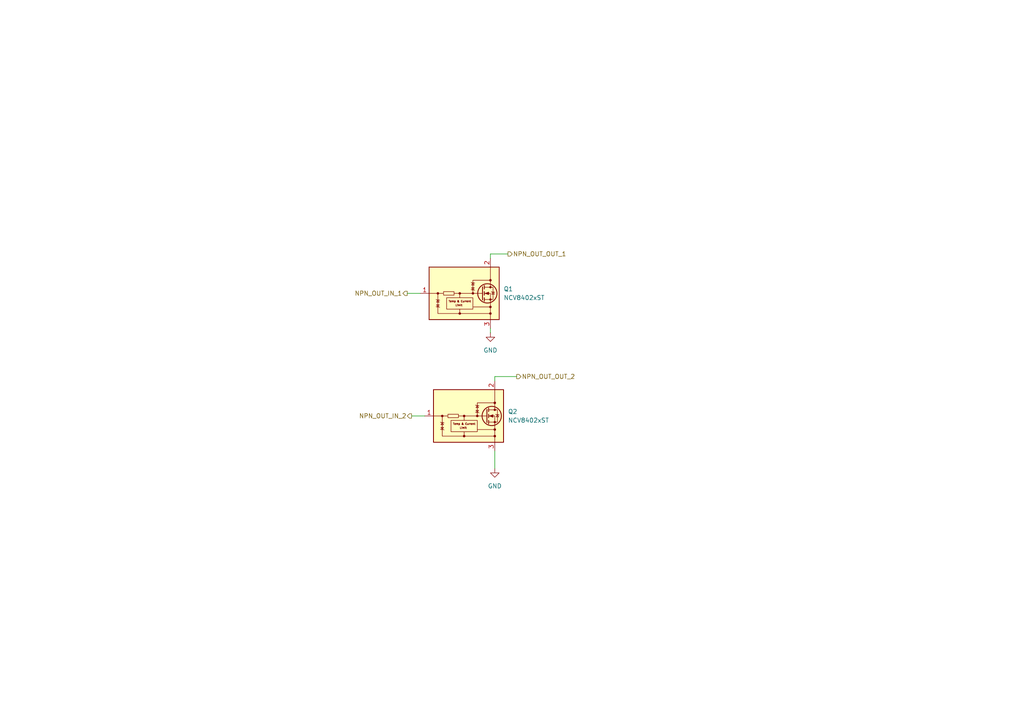
<source format=kicad_sch>
(kicad_sch (version 20250114) (generator "eeschema") (generator_version "9.0")
  (paper "A4")
  (lib_symbols
    (symbol "Transistor_FET_Other:NCV8402xST" (pin_names (offset 0) (hide yes))
      (property "Reference" "Q" (at -9.906 11.43 0))
      (property "Value" "NCV8402xST" (at -9.906 9.144 0))
      (symbol "NCV8402xST_0_0"
        (rectangle (start -10.16 7.62) (end 10.16 -7.62) (stroke (width 0.254)) (fill (type background)))
        (rectangle (start -5.969 0.508) (end -2.921 -0.508))
        (polyline (pts (xy -1.397 -5.842) (xy -7.62 -5.842) (xy -7.62 0) (xy -6.096 0)))
        (polyline (pts (xy -1.27 -1.27) (xy -1.27 -0.635) (xy -1.27 0)))
        (polyline (pts (xy 2.54 0) (xy -2.921 0) (xy -0.889 0)))
        (polyline (pts (xy 2.54 0) (xy 2.54 3.81) (xy 7.62 3.81)))
        (polyline (pts (xy 7.62 2.667) (xy 7.62 7.62)))
        (polyline (pts (xy 7.62 -2.667) (xy 7.62 -7.62)))
        (polyline (pts (xy 7.62 -5.842) (xy -1.27 -5.842) (xy -1.27 -4.572)))
        (text "Limit" (at -1.524 -3.429 0) (effects (font (size 0.5334 0.5334))))
        (text "Temp & Current" (at -1.27 -2.286 0) (effects (font (size 0.5334 0.5334))))
      )
      (symbol "NCV8402xST_0_1"
        (polyline (pts (xy -7.62 0) (xy -10.16 0)))
        (rectangle (start -5.08 -1.27) (end 2.54 -4.572))
        (polyline (pts (xy 5.334 1.905) (xy 5.334 -1.905)) (stroke (width 0.254)))
        (polyline (pts (xy 5.334 0) (xy 2.54 0)))
        (polyline (pts (xy 5.842 2.286) (xy 5.842 1.27)) (stroke (width 0.254)))
        (polyline (pts (xy 5.842 0.508) (xy 5.842 -0.508)) (stroke (width 0.254)))
        (polyline (pts (xy 5.842 -1.27) (xy 5.842 -2.286)) (stroke (width 0.254)))
        (polyline (pts (xy 5.842 -1.778) (xy 8.382 -1.778) (xy 8.382 1.778) (xy 5.842 1.778)))
        (polyline (pts (xy 6.096 0) (xy 7.112 0.381) (xy 7.112 -0.381) (xy 6.096 0)) (fill (type outline)))
        (circle (center 6.731 0) (radius 2.794) (stroke (width 0.254)))
        (polyline (pts (xy 7.62 2.54) (xy 7.62 1.778)))
        (circle (center 7.62 1.778) (radius 0.254) (fill (type outline)))
        (circle (center 7.62 -1.778) (radius 0.254) (fill (type outline)))
        (polyline (pts (xy 7.62 -2.54) (xy 7.62 0) (xy 5.842 0)))
        (polyline (pts (xy 7.62 -3.937) (xy 2.667 -3.937)))
        (polyline (pts (xy 7.874 0.508) (xy 8.001 0.381) (xy 8.763 0.381) (xy 8.89 0.254)))
        (polyline (pts (xy 8.382 0.381) (xy 8.001 -0.254) (xy 8.763 -0.254) (xy 8.382 0.381)))
      )
      (symbol "NCV8402xST_1_1"
        (polyline (pts (xy -8.128 -1.778) (xy -8.001 -1.905) (xy -7.239 -1.905) (xy -7.112 -2.032)))
        (circle (center -7.62 0) (radius 0.2794) (fill (type outline)))
        (polyline (pts (xy -7.62 -1.905) (xy -8.001 -2.54) (xy -7.239 -2.54) (xy -7.62 -1.905)))
        (polyline (pts (xy -7.62 -3.937) (xy -7.239 -3.302) (xy -8.001 -3.302) (xy -7.62 -3.937)))
        (polyline (pts (xy -7.112 -4.064) (xy -7.239 -3.937) (xy -8.001 -3.937) (xy -8.128 -3.81)))
        (circle (center -1.27 0) (radius 0.2794) (fill (type outline)))
        (circle (center -1.27 -5.842) (radius 0.2794) (fill (type outline)))
        (polyline (pts (xy 2.032 3.175) (xy 2.159 3.048) (xy 2.921 3.048) (xy 3.048 2.921)))
        (polyline (pts (xy 2.54 3.048) (xy 2.159 2.413) (xy 2.921 2.413) (xy 2.54 3.048)))
        (polyline (pts (xy 2.54 1.016) (xy 2.921 1.651) (xy 2.159 1.651) (xy 2.54 1.016)))
        (circle (center 2.54 0) (radius 0.2794) (fill (type outline)))
        (polyline (pts (xy 3.048 0.889) (xy 2.921 1.016) (xy 2.159 1.016) (xy 2.032 1.143)))
        (circle (center 7.62 3.81) (radius 0.2794) (fill (type outline)))
        (circle (center 7.62 -3.937) (radius 0.2794) (fill (type outline)))
        (circle (center 7.62 -5.842) (radius 0.2794) (fill (type outline)))
        (pin input line (at -12.7 0 0) (length 2.54) (name "G") (number "1"))
        (pin passive line (at 7.62 10.16 270) (length 2.54) (name "D") (number "2"))
        (pin passive line (at 7.62 10.16 270) (length 2.54) (hide yes) (name "D") (number "4"))
        (pin passive line (at 7.62 -10.16 90) (length 2.54) (name "S") (number "3"))
      )
    )
    (symbol "power:GND" (power) (pin_numbers (hide yes)) (pin_names (offset 0) (hide yes))
      (property "Value" "GND" (at 0 -3.81 0))
      (symbol "GND_0_1"
        (polyline (pts (xy 0 0) (xy 0 -1.27) (xy 1.27 -1.27) (xy 0 -2.54) (xy -1.27 -1.27) (xy 0 -1.27)))
      )
      (symbol "GND_1_1"
        (pin power_in line (at 0 0 270) (length 0) (name "~") (number "1"))
      )
    )
  )
  (wire (pts (xy 142.24 74.93) (xy 142.24 73.66)))
  (wire (pts (xy 118.11 85.09) (xy 121.92 85.09)))
  (wire (pts (xy 142.24 73.66) (xy 147.32 73.66)))
  (wire (pts (xy 119.38 120.65) (xy 123.19 120.65)))
  (wire (pts (xy 143.51 110.49) (xy 143.51 109.22)))
  (wire (pts (xy 143.51 109.22) (xy 149.86 109.22)))
  (wire (pts (xy 142.24 95.25) (xy 142.24 96.52)))
  (wire (pts (xy 143.51 135.89) (xy 143.51 130.81)))
  (hierarchical_label "NPN_OUT_IN_1" (shape output) (at 118.11 85.09 180))
  (hierarchical_label "NPN_OUT_IN_2" (shape output) (at 119.38 120.65 180))
  (hierarchical_label "NPN_OUT_OUT_2" (shape output) (at 149.86 109.22 0))
  (hierarchical_label "NPN_OUT_OUT_1" (shape output) (at 147.32 73.66 0))
  (symbol (lib_id "power:GND") (at 142.24 96.52 0) (unit 1)
    (property "Reference" "#PWR039" (effects (hide yes)))
    (property "Value" "GND" (at 142.24 101.6 0))
    (property "Description" "Power symbol creates a global label with name \"GND\" , ground" (effects (hide yes)))
  )
  (symbol (lib_id "Transistor_FET_Other:NCV8402xST") (at 135.89 120.65 0) (unit 1)
    (property "Reference" "Q2" (at 147.32 119.3799 0) (effects (justify left)))
    (property "Value" "NCV8402xST" (at 147.32 121.9199 0) (effects (justify left)))
    (property "Footprint" "Package_TO_SOT_SMD:SOT-223" (effects (hide yes)))
    (property "Datasheet" "https://www.onsemi.com/pub/Collateral/NCV8402-D.PDF" (effects (hide yes)))
    (property "Description" "Self-Protected Low Side Driver with Temperature and Current Limit, SOT−223" (effects (hide yes)))
  )
  (symbol (lib_id "power:GND") (at 143.51 135.89 0) (unit 1)
    (property "Reference" "#PWR040" (effects (hide yes)))
    (property "Value" "GND" (at 143.51 140.97 0))
    (property "Description" "Power symbol creates a global label with name \"GND\" , ground" (effects (hide yes)))
  )
  (symbol (lib_id "Transistor_FET_Other:NCV8402xST") (at 134.62 85.09 0) (unit 1)
    (property "Reference" "Q1" (at 146.05 83.8199 0) (effects (justify left)))
    (property "Value" "NCV8402xST" (at 146.05 86.3599 0) (effects (justify left)))
    (property "Footprint" "Package_TO_SOT_SMD:SOT-223" (effects (hide yes)))
    (property "Datasheet" "https://www.onsemi.com/pub/Collateral/NCV8402-D.PDF" (effects (hide yes)))
    (property "Description" "Self-Protected Low Side Driver with Temperature and Current Limit, SOT−223" (effects (hide yes)))
  )
)
</source>
